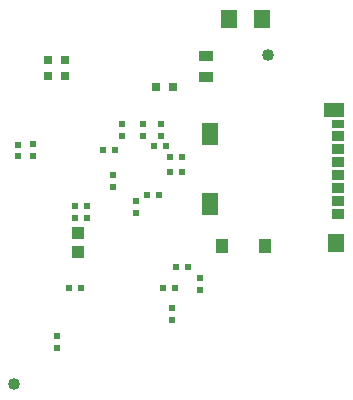
<source format=gbp>
G04 Layer_Color=128*
%FSLAX25Y25*%
%MOIN*%
G70*
G01*
G75*
%ADD12C,0.04000*%
%ADD17R,0.02500X0.03000*%
%ADD18R,0.03000X0.02500*%
%ADD21R,0.02000X0.02000*%
%ADD34R,0.04800X0.03200*%
%ADD93R,0.03937X0.04724*%
%ADD94R,0.05315X0.07480*%
%ADD95R,0.07087X0.04606*%
%ADD96R,0.04331X0.02953*%
%ADD97R,0.04331X0.03346*%
%ADD98R,0.05315X0.06102*%
%ADD99R,0.02200X0.02000*%
%ADD100R,0.02000X0.02000*%
%ADD101R,0.04000X0.04000*%
%ADD102R,0.02000X0.02200*%
%ADD103R,0.05600X0.06300*%
D12*
X113076Y147669D02*
D03*
X28676Y37969D02*
D03*
D17*
X75876Y137169D02*
D03*
X81376D02*
D03*
D18*
X39876Y140769D02*
D03*
Y146269D02*
D03*
X45676Y140769D02*
D03*
Y146269D02*
D03*
D21*
X81176Y63469D02*
D03*
Y59469D02*
D03*
X90676Y69469D02*
D03*
Y73469D02*
D03*
X42976Y50169D02*
D03*
Y54169D02*
D03*
X71576Y124669D02*
D03*
Y120669D02*
D03*
X34876Y113969D02*
D03*
X34876Y117969D02*
D03*
X52976Y93469D02*
D03*
X52976Y97469D02*
D03*
X77676Y124669D02*
D03*
Y120669D02*
D03*
X64576Y124669D02*
D03*
Y120669D02*
D03*
X48776Y93469D02*
D03*
X48776Y97469D02*
D03*
X69176Y95169D02*
D03*
Y99169D02*
D03*
X61376Y103669D02*
D03*
Y107669D02*
D03*
D34*
X92476Y140426D02*
D03*
X92476Y147569D02*
D03*
D93*
X112303Y84280D02*
D03*
X97736D02*
D03*
D94*
X93898Y98059D02*
D03*
Y121563D02*
D03*
D95*
X135138Y129535D02*
D03*
D96*
X136516Y124772D02*
D03*
D97*
Y120638D02*
D03*
Y116307D02*
D03*
Y111976D02*
D03*
Y107646D02*
D03*
Y103315D02*
D03*
Y98984D02*
D03*
Y94654D02*
D03*
D98*
X136024Y84968D02*
D03*
D99*
X82076Y70169D02*
D03*
X78176D02*
D03*
D100*
X58276Y116069D02*
D03*
X62276D02*
D03*
X72776Y101169D02*
D03*
X76776D02*
D03*
X75076Y117369D02*
D03*
X79076D02*
D03*
X84376Y113669D02*
D03*
X80376D02*
D03*
X84376Y108624D02*
D03*
X80376D02*
D03*
X86476Y76969D02*
D03*
X82476D02*
D03*
X46876Y70069D02*
D03*
X50876D02*
D03*
D101*
X49876Y88469D02*
D03*
Y82119D02*
D03*
D102*
X29976Y113969D02*
D03*
X29976Y117869D02*
D03*
D103*
X100064Y159869D02*
D03*
X111176D02*
D03*
M02*

</source>
